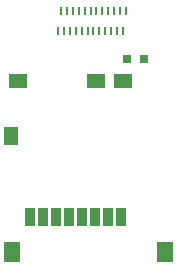
<source format=gbr>
G04 EAGLE Gerber RS-274X export*
G75*
%MOMM*%
%FSLAX34Y34*%
%LPD*%
%INSolderpaste Top*%
%IPPOS*%
%AMOC8*
5,1,8,0,0,1.08239X$1,22.5*%
G01*
%ADD10R,0.290000X0.700000*%
%ADD11R,0.812800X1.498600*%
%ADD12R,1.397000X1.701800*%
%ADD13R,1.143000X1.498600*%
%ADD14R,1.498600X1.143000*%
%ADD15R,0.800000X0.800000*%


D10*
X29088Y198188D03*
X24088Y198188D03*
X19088Y198188D03*
X14088Y198188D03*
X9088Y198188D03*
X4088Y198188D03*
X-913Y198188D03*
X-5913Y198188D03*
X-10913Y198188D03*
X-15913Y198188D03*
X-20913Y198188D03*
X-25913Y198188D03*
X-23413Y215188D03*
X-18413Y215188D03*
X-13413Y215188D03*
X-8413Y215188D03*
X-3413Y215188D03*
X1588Y215188D03*
X6588Y215188D03*
X11588Y215188D03*
X16588Y215188D03*
X21588Y215188D03*
X26588Y215188D03*
X31588Y215188D03*
D11*
X27000Y40318D03*
X16000Y40318D03*
X5000Y40318D03*
X-6000Y40318D03*
X-17000Y40318D03*
X-28000Y40318D03*
X-39000Y40318D03*
X-50000Y40318D03*
D12*
X64500Y11318D03*
X-64500Y11318D03*
D13*
X-65750Y108818D03*
D14*
X29000Y156068D03*
X6000Y156068D03*
X-60000Y156068D03*
D15*
X47188Y174625D03*
X32188Y174625D03*
M02*

</source>
